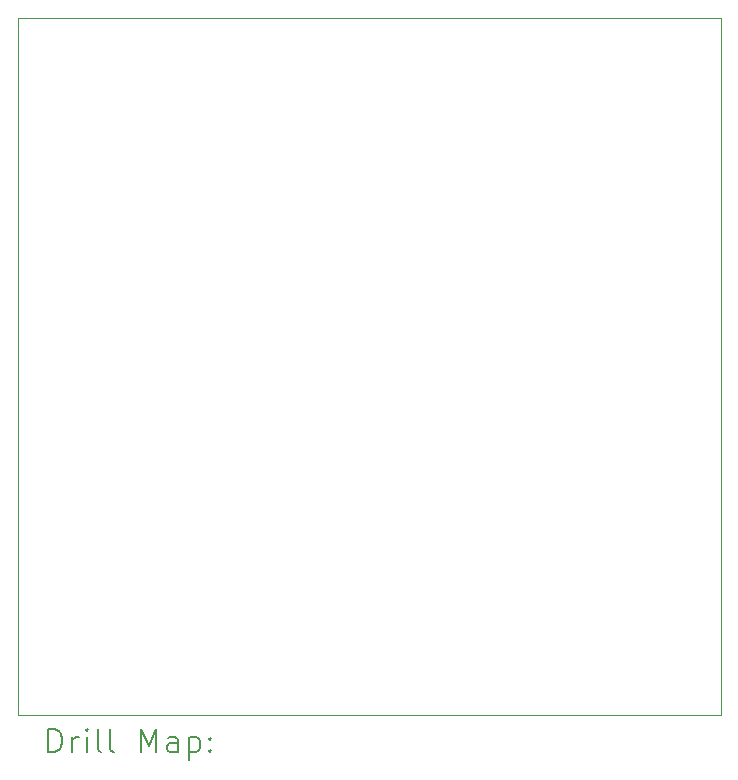
<source format=gbr>
%TF.GenerationSoftware,KiCad,Pcbnew,8.0.7-unknown-202501031821~9d36205ced~ubuntu20.04.1*%
%TF.CreationDate,2025-01-13T23:31:25-03:00*%
%TF.ProjectId,Wise-Shield-32,57697365-2d53-4686-9965-6c642d33322e,rev?*%
%TF.SameCoordinates,Original*%
%TF.FileFunction,Drillmap*%
%TF.FilePolarity,Positive*%
%FSLAX45Y45*%
G04 Gerber Fmt 4.5, Leading zero omitted, Abs format (unit mm)*
G04 Created by KiCad (PCBNEW 8.0.7-unknown-202501031821~9d36205ced~ubuntu20.04.1) date 2025-01-13 23:31:25*
%MOMM*%
%LPD*%
G01*
G04 APERTURE LIST*
%ADD10C,0.050000*%
%ADD11C,0.200000*%
G04 APERTURE END LIST*
D10*
X9750000Y-12000000D02*
X15700000Y-12000000D01*
X15700000Y-12000000D02*
X15700000Y-6100000D01*
X9750000Y-6100000D02*
X9750000Y-12000000D01*
X15700000Y-6100000D02*
X9750000Y-6100000D01*
D11*
X10008277Y-12313984D02*
X10008277Y-12113984D01*
X10008277Y-12113984D02*
X10055896Y-12113984D01*
X10055896Y-12113984D02*
X10084467Y-12123508D01*
X10084467Y-12123508D02*
X10103515Y-12142555D01*
X10103515Y-12142555D02*
X10113039Y-12161603D01*
X10113039Y-12161603D02*
X10122563Y-12199698D01*
X10122563Y-12199698D02*
X10122563Y-12228269D01*
X10122563Y-12228269D02*
X10113039Y-12266365D01*
X10113039Y-12266365D02*
X10103515Y-12285412D01*
X10103515Y-12285412D02*
X10084467Y-12304460D01*
X10084467Y-12304460D02*
X10055896Y-12313984D01*
X10055896Y-12313984D02*
X10008277Y-12313984D01*
X10208277Y-12313984D02*
X10208277Y-12180650D01*
X10208277Y-12218746D02*
X10217801Y-12199698D01*
X10217801Y-12199698D02*
X10227324Y-12190174D01*
X10227324Y-12190174D02*
X10246372Y-12180650D01*
X10246372Y-12180650D02*
X10265420Y-12180650D01*
X10332086Y-12313984D02*
X10332086Y-12180650D01*
X10332086Y-12113984D02*
X10322563Y-12123508D01*
X10322563Y-12123508D02*
X10332086Y-12133031D01*
X10332086Y-12133031D02*
X10341610Y-12123508D01*
X10341610Y-12123508D02*
X10332086Y-12113984D01*
X10332086Y-12113984D02*
X10332086Y-12133031D01*
X10455896Y-12313984D02*
X10436848Y-12304460D01*
X10436848Y-12304460D02*
X10427324Y-12285412D01*
X10427324Y-12285412D02*
X10427324Y-12113984D01*
X10560658Y-12313984D02*
X10541610Y-12304460D01*
X10541610Y-12304460D02*
X10532086Y-12285412D01*
X10532086Y-12285412D02*
X10532086Y-12113984D01*
X10789229Y-12313984D02*
X10789229Y-12113984D01*
X10789229Y-12113984D02*
X10855896Y-12256841D01*
X10855896Y-12256841D02*
X10922563Y-12113984D01*
X10922563Y-12113984D02*
X10922563Y-12313984D01*
X11103515Y-12313984D02*
X11103515Y-12209222D01*
X11103515Y-12209222D02*
X11093991Y-12190174D01*
X11093991Y-12190174D02*
X11074944Y-12180650D01*
X11074944Y-12180650D02*
X11036848Y-12180650D01*
X11036848Y-12180650D02*
X11017801Y-12190174D01*
X11103515Y-12304460D02*
X11084467Y-12313984D01*
X11084467Y-12313984D02*
X11036848Y-12313984D01*
X11036848Y-12313984D02*
X11017801Y-12304460D01*
X11017801Y-12304460D02*
X11008277Y-12285412D01*
X11008277Y-12285412D02*
X11008277Y-12266365D01*
X11008277Y-12266365D02*
X11017801Y-12247317D01*
X11017801Y-12247317D02*
X11036848Y-12237793D01*
X11036848Y-12237793D02*
X11084467Y-12237793D01*
X11084467Y-12237793D02*
X11103515Y-12228269D01*
X11198753Y-12180650D02*
X11198753Y-12380650D01*
X11198753Y-12190174D02*
X11217801Y-12180650D01*
X11217801Y-12180650D02*
X11255896Y-12180650D01*
X11255896Y-12180650D02*
X11274943Y-12190174D01*
X11274943Y-12190174D02*
X11284467Y-12199698D01*
X11284467Y-12199698D02*
X11293991Y-12218746D01*
X11293991Y-12218746D02*
X11293991Y-12275888D01*
X11293991Y-12275888D02*
X11284467Y-12294936D01*
X11284467Y-12294936D02*
X11274943Y-12304460D01*
X11274943Y-12304460D02*
X11255896Y-12313984D01*
X11255896Y-12313984D02*
X11217801Y-12313984D01*
X11217801Y-12313984D02*
X11198753Y-12304460D01*
X11379705Y-12294936D02*
X11389229Y-12304460D01*
X11389229Y-12304460D02*
X11379705Y-12313984D01*
X11379705Y-12313984D02*
X11370182Y-12304460D01*
X11370182Y-12304460D02*
X11379705Y-12294936D01*
X11379705Y-12294936D02*
X11379705Y-12313984D01*
X11379705Y-12190174D02*
X11389229Y-12199698D01*
X11389229Y-12199698D02*
X11379705Y-12209222D01*
X11379705Y-12209222D02*
X11370182Y-12199698D01*
X11370182Y-12199698D02*
X11379705Y-12190174D01*
X11379705Y-12190174D02*
X11379705Y-12209222D01*
M02*

</source>
